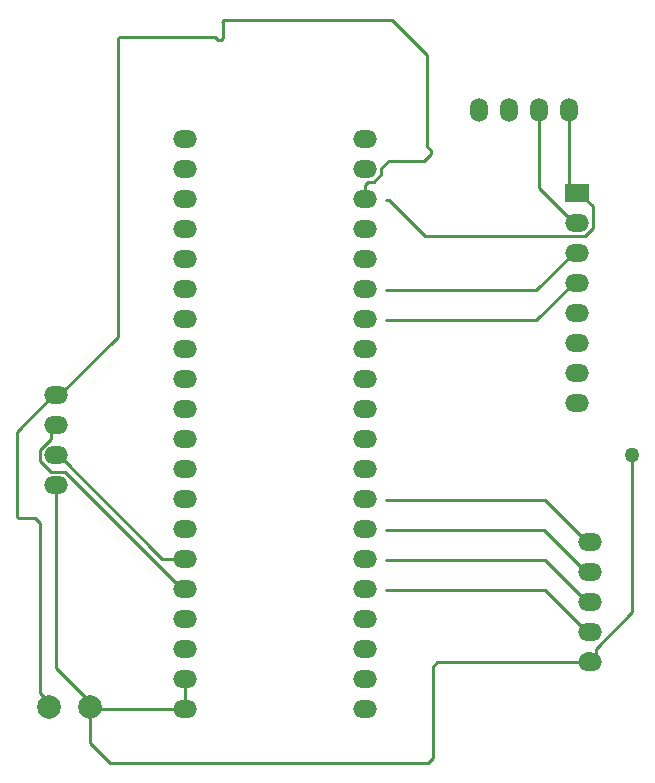
<source format=gbl>
G04*
G04 #@! TF.GenerationSoftware,Altium Limited,Altium Designer,22.5.1 (42)*
G04*
G04 Layer_Physical_Order=2*
G04 Layer_Color=16711680*
%FSLAX44Y44*%
%MOMM*%
G71*
G04*
G04 #@! TF.SameCoordinates,8A75C3A4-9842-482E-9D60-312BCB363DCA*
G04*
G04*
G04 #@! TF.FilePolarity,Positive*
G04*
G01*
G75*
%ADD11C,0.2540*%
%ADD18O,2.0000X1.5240*%
%ADD19O,2.0000X1.5240*%
%ADD20O,1.5240X2.0000*%
%ADD21R,2.0000X1.5240*%
%ADD22C,2.0000*%
%ADD23C,1.2700*%
D11*
X1065530Y425450D02*
X1193800D01*
X1022350Y562610D02*
X1157130D01*
X1192690Y527050D01*
X1155700Y537210D02*
X1191260Y501650D01*
X1022350Y537210D02*
X1155700D01*
X1022350Y511810D02*
X1157130D01*
X1192690Y476250D01*
X1191260Y501650D02*
X1195070D01*
X1022350Y486410D02*
X1157130D01*
X1192690Y450850D01*
X852170Y386080D02*
Y411480D01*
X1199644Y436880D02*
X1230630Y467865D01*
Y600710D01*
X1199644Y430024D02*
Y436880D01*
X1197450Y792825D02*
Y811530D01*
X1024730Y816610D02*
X1055210Y786130D01*
X1022350Y740410D02*
X1149510D01*
X1181260Y772160D01*
X1055210Y786130D02*
X1190754D01*
X1181260Y772160D02*
X1183640D01*
X1190754Y786130D02*
X1197450Y792825D01*
X1022350Y715010D02*
X1149510D01*
X1181260Y746760D01*
X1186020Y822960D02*
X1197450Y811530D01*
X1183640Y822960D02*
X1186020D01*
X1177290Y829310D02*
Y892810D01*
X1151890Y826930D02*
Y892810D01*
Y826930D02*
X1181260Y797560D01*
X1177290Y829310D02*
X1183640Y822960D01*
X849790Y487680D02*
X852170D01*
X729140Y595975D02*
X738375Y586740D01*
X750730D01*
X729140Y595975D02*
Y605444D01*
X738375Y614680D01*
Y621535D01*
X750730Y586740D02*
X849790Y487680D01*
X738375Y621535D02*
X742950Y626110D01*
X711418Y547370D02*
X725170D01*
X728980Y399340D02*
X740970Y387350D01*
X742950Y420370D02*
X777240Y386080D01*
X728980Y399340D02*
Y543560D01*
X742950Y420370D02*
Y575310D01*
X725170Y547370D02*
X728980Y543560D01*
X709930Y548858D02*
Y620870D01*
Y548858D02*
X711418Y547370D01*
X745330Y600710D02*
X832960Y513080D01*
X852170D01*
X742950Y600710D02*
X745330D01*
X771880Y357150D02*
Y387350D01*
Y357150D02*
X788670Y340360D01*
X1057910D01*
X1061720Y344170D01*
Y421640D01*
X1065530Y425450D01*
X1054626Y850156D02*
X1060668Y856198D01*
X1024422Y850156D02*
X1054626D01*
X1018380Y838546D02*
Y844114D01*
X1007110Y831850D02*
X1011684D01*
X1004570Y829310D02*
X1007110Y831850D01*
X1004570Y817880D02*
Y829310D01*
X1011684Y831850D02*
X1018380Y838546D01*
X1060668Y856198D02*
Y858302D01*
X1056640Y862330D02*
X1060668Y858302D01*
X1018380Y844114D02*
X1024422Y850156D01*
X1056640Y862330D02*
Y939800D01*
X883702Y967958D02*
X884972Y969228D01*
X1027212D01*
X883702Y967958D02*
X883920Y967740D01*
X1027212Y969228D02*
X1056640Y939800D01*
X880328Y952282D02*
X882432D01*
X883920Y953770D01*
Y967740D01*
X877570Y955040D02*
X880328Y952282D01*
X795020Y701200D02*
Y953552D01*
X796508Y955040D01*
X877570D01*
X742950Y651510D02*
X745330D01*
X795020Y701200D01*
X740570Y651510D02*
X742950D01*
X709930Y620870D02*
X740570Y651510D01*
X777240Y386080D02*
X852170D01*
X1022350Y816610D02*
X1024730D01*
X1181260Y746760D02*
X1183640D01*
X1192690Y450850D02*
X1195070D01*
X1192690Y476250D02*
X1195070D01*
X1192690Y527050D02*
X1195070D01*
D18*
X852170Y767080D02*
D03*
Y792480D02*
D03*
Y817880D02*
D03*
Y843280D02*
D03*
Y386080D02*
D03*
Y411480D02*
D03*
Y462280D02*
D03*
Y487680D02*
D03*
Y513080D02*
D03*
Y538480D02*
D03*
Y563880D02*
D03*
Y589280D02*
D03*
Y741680D02*
D03*
Y716280D02*
D03*
Y690880D02*
D03*
Y665480D02*
D03*
Y640080D02*
D03*
Y614680D02*
D03*
X1004570Y767080D02*
D03*
Y792480D02*
D03*
Y843280D02*
D03*
Y386080D02*
D03*
Y411480D02*
D03*
Y436880D02*
D03*
Y462280D02*
D03*
Y487680D02*
D03*
Y513080D02*
D03*
Y538480D02*
D03*
Y563880D02*
D03*
Y589280D02*
D03*
Y741680D02*
D03*
Y716280D02*
D03*
Y690880D02*
D03*
Y665480D02*
D03*
Y640080D02*
D03*
Y614680D02*
D03*
X852170Y436880D02*
D03*
X1004570Y868680D02*
D03*
Y817880D02*
D03*
X852170Y868680D02*
D03*
X1183640Y645160D02*
D03*
Y670560D02*
D03*
Y797560D02*
D03*
Y695960D02*
D03*
Y772160D02*
D03*
Y721360D02*
D03*
Y746760D02*
D03*
D19*
X1195070Y425450D02*
D03*
Y501650D02*
D03*
Y450850D02*
D03*
Y476250D02*
D03*
Y527050D02*
D03*
X742950Y600710D02*
D03*
Y575310D02*
D03*
Y651510D02*
D03*
Y626110D02*
D03*
D20*
X1126490Y892810D02*
D03*
X1101090D02*
D03*
X1177290D02*
D03*
X1151890D02*
D03*
D21*
X1183640Y822960D02*
D03*
D22*
X771880Y387350D02*
D03*
X736880D02*
D03*
D23*
X1230630Y600710D02*
D03*
X1186180Y797560D02*
D03*
X1193800Y427990D02*
D03*
M02*

</source>
